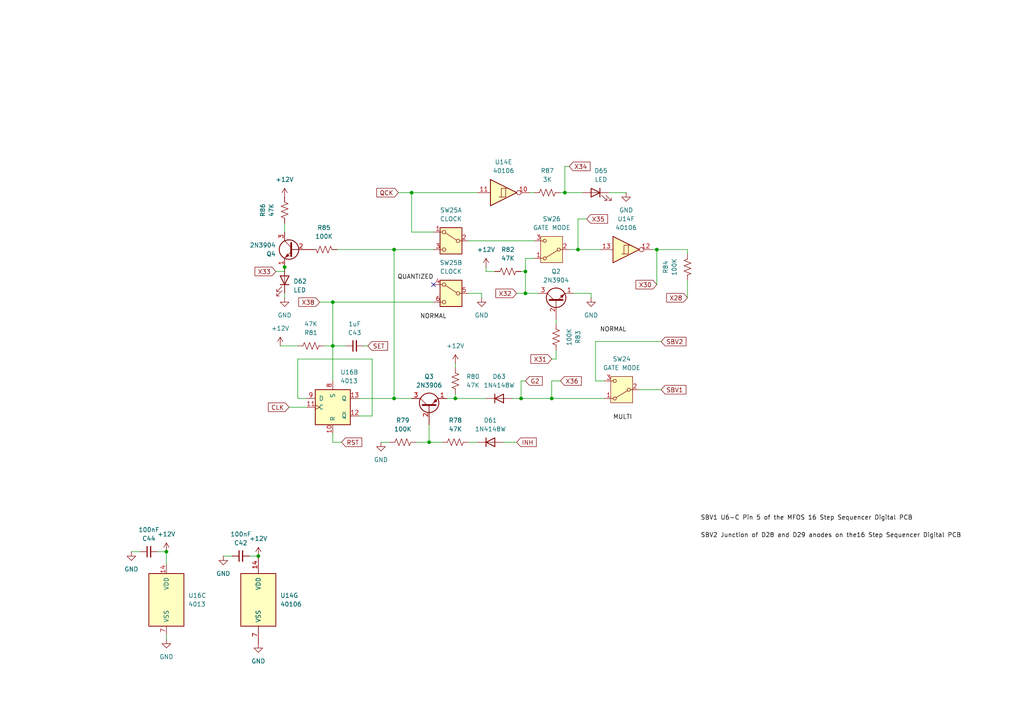
<source format=kicad_sch>
(kicad_sch (version 20231120) (generator "eeschema") (generator_version "8.0")
  (paper "A4")
  (lib_symbols
    (symbol "4xxx:40106" (pin_names (offset 1.016))
      (property "Reference" "U" (at 0 1.27 0))
      (property "Value" "40106" (at 0 -1.27 0))
      (symbol "40106_1_0"
        (polyline (pts (xy -0.635 -1.27) (xy -0.635 1.27) (xy 0.635 1.27)))
        (polyline (pts (xy -3.81 3.81) (xy -3.81 -3.81) (xy 3.81 0) (xy -3.81 3.81)) (stroke (width 0.254)) (fill (type background)))
        (polyline (pts (xy -1.27 -1.27) (xy 0.635 -1.27) (xy 0.635 1.27) (xy 1.27 1.27)))
        (pin input line (at -7.62 0 0) (length 3.81) (name "~") (number "1"))
        (pin output inverted (at 7.62 0 180) (length 3.81) (name "~") (number "2"))
      )
      (symbol "40106_2_0"
        (polyline (pts (xy -0.635 -1.27) (xy -0.635 1.27) (xy 0.635 1.27)))
        (polyline (pts (xy -3.81 3.81) (xy -3.81 -3.81) (xy 3.81 0) (xy -3.81 3.81)) (stroke (width 0.254)) (fill (type background)))
        (polyline (pts (xy -1.27 -1.27) (xy 0.635 -1.27) (xy 0.635 1.27) (xy 1.27 1.27)))
        (pin input line (at -7.62 0 0) (length 3.81) (name "~") (number "3"))
        (pin output inverted (at 7.62 0 180) (length 3.81) (name "~") (number "4"))
      )
      (symbol "40106_3_0"
        (polyline (pts (xy -0.635 -1.27) (xy -0.635 1.27) (xy 0.635 1.27)))
        (polyline (pts (xy -3.81 3.81) (xy -3.81 -3.81) (xy 3.81 0) (xy -3.81 3.81)) (stroke (width 0.254)) (fill (type background)))
        (polyline (pts (xy -1.27 -1.27) (xy 0.635 -1.27) (xy 0.635 1.27) (xy 1.27 1.27)))
        (pin input line (at -7.62 0 0) (length 3.81) (name "~") (number "5"))
        (pin output inverted (at 7.62 0 180) (length 3.81) (name "~") (number "6"))
      )
      (symbol "40106_4_0"
        (polyline (pts (xy -0.635 -1.27) (xy -0.635 1.27) (xy 0.635 1.27)))
        (polyline (pts (xy -3.81 3.81) (xy -3.81 -3.81) (xy 3.81 0) (xy -3.81 3.81)) (stroke (width 0.254)) (fill (type background)))
        (polyline (pts (xy -1.27 -1.27) (xy 0.635 -1.27) (xy 0.635 1.27) (xy 1.27 1.27)))
        (pin output inverted (at 7.62 0 180) (length 3.81) (name "~") (number "8"))
        (pin input line (at -7.62 0 0) (length 3.81) (name "~") (number "9"))
      )
      (symbol "40106_5_0"
        (polyline (pts (xy -0.635 -1.27) (xy -0.635 1.27) (xy 0.635 1.27)))
        (polyline (pts (xy -3.81 3.81) (xy -3.81 -3.81) (xy 3.81 0) (xy -3.81 3.81)) (stroke (width 0.254)) (fill (type background)))
        (polyline (pts (xy -1.27 -1.27) (xy 0.635 -1.27) (xy 0.635 1.27) (xy 1.27 1.27)))
        (pin output inverted (at 7.62 0 180) (length 3.81) (name "~") (number "10"))
        (pin input line (at -7.62 0 0) (length 3.81) (name "~") (number "11"))
      )
      (symbol "40106_6_0"
        (polyline (pts (xy -0.635 -1.27) (xy -0.635 1.27) (xy 0.635 1.27)))
        (polyline (pts (xy -3.81 3.81) (xy -3.81 -3.81) (xy 3.81 0) (xy -3.81 3.81)) (stroke (width 0.254)) (fill (type background)))
        (polyline (pts (xy -1.27 -1.27) (xy 0.635 -1.27) (xy 0.635 1.27) (xy 1.27 1.27)))
        (pin output inverted (at 7.62 0 180) (length 3.81) (name "~") (number "12"))
        (pin input line (at -7.62 0 0) (length 3.81) (name "~") (number "13"))
      )
      (symbol "40106_7_0"
        (pin power_in line (at 0 12.7 270) (length 5.08) (name "VDD") (number "14"))
        (pin power_in line (at 0 -12.7 90) (length 5.08) (name "VSS") (number "7"))
      )
      (symbol "40106_7_1"
        (rectangle (start -5.08 7.62) (end 5.08 -7.62) (stroke (width 0.254)) (fill (type background)))
      )
    )
    (symbol "4xxx:4013" (pin_names (offset 1.016))
      (property "Reference" "U" (at -7.62 8.89 0))
      (property "Value" "4013" (at -7.62 -8.89 0))
      (symbol "4013_1_1"
        (rectangle (start -5.08 5.08) (end 5.08 -5.08) (stroke (width 0.254)) (fill (type background)))
        (pin output line (at 7.62 2.54 180) (length 2.54) (name "Q") (number "1"))
        (pin output line (at 7.62 -2.54 180) (length 2.54) (name "~{Q}") (number "2"))
        (pin input clock (at -7.62 0 0) (length 2.54) (name "C") (number "3"))
        (pin input line (at 0 -7.62 90) (length 2.54) (name "R") (number "4"))
        (pin input line (at -7.62 2.54 0) (length 2.54) (name "D") (number "5"))
        (pin input line (at 0 7.62 270) (length 2.54) (name "S") (number "6"))
      )
      (symbol "4013_2_1"
        (rectangle (start -5.08 5.08) (end 5.08 -5.08) (stroke (width 0.254)) (fill (type background)))
        (pin input line (at 0 -7.62 90) (length 2.54) (name "R") (number "10"))
        (pin input clock (at -7.62 0 0) (length 2.54) (name "C") (number "11"))
        (pin output line (at 7.62 -2.54 180) (length 2.54) (name "~{Q}") (number "12"))
        (pin output line (at 7.62 2.54 180) (length 2.54) (name "Q") (number "13"))
        (pin input line (at 0 7.62 270) (length 2.54) (name "S") (number "8"))
        (pin input line (at -7.62 2.54 0) (length 2.54) (name "D") (number "9"))
      )
      (symbol "4013_3_0"
        (pin power_in line (at 0 10.16 270) (length 2.54) (name "VDD") (number "14"))
        (pin power_in line (at 0 -10.16 90) (length 2.54) (name "VSS") (number "7"))
      )
      (symbol "4013_3_1"
        (rectangle (start -5.08 7.62) (end 5.08 -7.62) (stroke (width 0.254)) (fill (type background)))
      )
    )
    (symbol "Device:C_Small" (pin_numbers hide) (pin_names (offset 0.254) hide)
      (property "Reference" "C" (at 0.254 1.778 0))
      (property "Value" "C_Small" (at 0.254 -2.032 0))
      (symbol "C_Small_0_1"
        (polyline (pts (xy -1.524 -0.508) (xy 1.524 -0.508)) (stroke (width 0.3302)))
        (polyline (pts (xy -1.524 0.508) (xy 1.524 0.508)) (stroke (width 0.3048)))
      )
      (symbol "C_Small_1_1"
        (pin passive line (at 0 2.54 270) (length 2.032) (name "~") (number "1"))
        (pin passive line (at 0 -2.54 90) (length 2.032) (name "~") (number "2"))
      )
    )
    (symbol "Device:LED" (pin_numbers hide) (pin_names (offset 1.016) hide)
      (property "Reference" "D" (at 0 2.54 0))
      (property "Value" "LED" (at 0 -2.54 0))
      (symbol "LED_0_1"
        (polyline (pts (xy -1.27 -1.27) (xy -1.27 1.27)) (stroke (width 0.254)))
        (polyline (pts (xy -1.27 0) (xy 1.27 0)))
        (polyline (pts (xy 1.27 -1.27) (xy 1.27 1.27) (xy -1.27 0) (xy 1.27 -1.27)) (stroke (width 0.254)))
        (polyline (pts (xy -3.048 -0.762) (xy -4.572 -2.286) (xy -3.81 -2.286) (xy -4.572 -2.286) (xy -4.572 -1.524)))
        (polyline (pts (xy -1.778 -0.762) (xy -3.302 -2.286) (xy -2.54 -2.286) (xy -3.302 -2.286) (xy -3.302 -1.524)))
      )
      (symbol "LED_1_1"
        (pin passive line (at -3.81 0 0) (length 2.54) (name "K") (number "1"))
        (pin passive line (at 3.81 0 180) (length 2.54) (name "A") (number "2"))
      )
    )
    (symbol "Device:R_US" (pin_numbers hide) (pin_names (offset 0))
      (property "Reference" "R" (at 2.54 0 90))
      (property "Value" "R_US" (at -2.54 0 90))
      (symbol "R_US_0_1"
        (polyline (pts (xy 0 -2.286) (xy 0 -2.54)))
        (polyline (pts (xy 0 2.286) (xy 0 2.54)))
        (polyline (pts (xy 0 -0.762) (xy 1.016 -1.143) (xy 0 -1.524) (xy -1.016 -1.905) (xy 0 -2.286)))
        (polyline (pts (xy 0 0.762) (xy 1.016 0.381) (xy 0 0) (xy -1.016 -0.381) (xy 0 -0.762)))
        (polyline (pts (xy 0 2.286) (xy 1.016 1.905) (xy 0 1.524) (xy -1.016 1.143) (xy 0 0.762)))
      )
      (symbol "R_US_1_1"
        (pin passive line (at 0 3.81 270) (length 1.27) (name "~") (number "1"))
        (pin passive line (at 0 -3.81 90) (length 1.27) (name "~") (number "2"))
      )
    )
    (symbol "Diode:1N4148W" (pin_numbers hide) (pin_names hide)
      (property "Reference" "D" (at 0 2.54 0))
      (property "Value" "1N4148W" (at 0 -2.54 0))
      (symbol "1N4148W_0_1"
        (polyline (pts (xy -1.27 1.27) (xy -1.27 -1.27)) (stroke (width 0.254)))
        (polyline (pts (xy 1.27 0) (xy -1.27 0)))
        (polyline (pts (xy 1.27 1.27) (xy 1.27 -1.27) (xy -1.27 0) (xy 1.27 1.27)) (stroke (width 0.254)))
      )
      (symbol "1N4148W_1_1"
        (pin passive line (at -3.81 0 0) (length 2.54) (name "K") (number "1"))
        (pin passive line (at 3.81 0 180) (length 2.54) (name "A") (number "2"))
      )
    )
    (symbol "Switch:SW_DPDT_x2" (pin_names (offset 0) hide)
      (property "Reference" "SW" (at 0 5.08 0))
      (property "Value" "SW_DPDT_x2" (at 0 -5.08 0))
      (symbol "SW_DPDT_x2_0_0"
        (circle (center -2.032 0) (radius 0.508))
        (circle (center 2.032 -2.54) (radius 0.508))
      )
      (symbol "SW_DPDT_x2_0_1"
        (rectangle (start -3.175 3.81) (end 3.175 -3.81) (stroke (width 0.254)) (fill (type background)))
        (polyline (pts (xy -1.524 0.254) (xy 1.5748 2.286)))
        (circle (center 2.032 2.54) (radius 0.508))
      )
      (symbol "SW_DPDT_x2_1_1"
        (pin passive line (at 5.08 2.54 180) (length 2.54) (name "A") (number "1"))
        (pin passive line (at -5.08 0 0) (length 2.54) (name "B") (number "2"))
        (pin passive line (at 5.08 -2.54 180) (length 2.54) (name "C") (number "3"))
      )
      (symbol "SW_DPDT_x2_2_1"
        (pin passive line (at 5.08 2.54 180) (length 2.54) (name "A") (number "4"))
        (pin passive line (at -5.08 0 0) (length 2.54) (name "B") (number "5"))
        (pin passive line (at 5.08 -2.54 180) (length 2.54) (name "C") (number "6"))
      )
    )
    (symbol "Switch:SW_SPDT" (pin_names (offset 0) hide)
      (property "Reference" "SW" (at 0 5.08 0))
      (property "Value" "SW_SPDT" (at 0 -5.08 0))
      (symbol "SW_SPDT_0_1"
        (circle (center -2.032 0) (radius 0.4572))
        (polyline (pts (xy -1.651 0.254) (xy 1.651 2.286)))
        (circle (center 2.032 -2.54) (radius 0.4572))
        (circle (center 2.032 2.54) (radius 0.4572))
      )
      (symbol "SW_SPDT_1_1"
        (rectangle (start -3.175 3.81) (end 3.175 -3.81) (fill (type background)))
        (pin passive line (at 5.08 2.54 180) (length 2.54) (name "A") (number "1"))
        (pin passive line (at -5.08 0 0) (length 2.54) (name "B") (number "2"))
        (pin passive line (at 5.08 -2.54 180) (length 2.54) (name "C") (number "3"))
      )
    )
    (symbol "Transistor_BJT:2N3904" (pin_names (offset 0) hide)
      (property "Reference" "Q" (at 5.08 1.905 0))
      (property "Value" "2N3904" (at 5.08 0 0))
      (symbol "2N3904_0_1"
        (polyline (pts (xy 0.635 0.635) (xy 2.54 2.54)))
        (polyline (pts (xy 0.635 -0.635) (xy 2.54 -2.54) (xy 2.54 -2.54)))
        (polyline (pts (xy 0.635 1.905) (xy 0.635 -1.905) (xy 0.635 -1.905)) (stroke (width 0.508)))
        (polyline (pts (xy 1.27 -1.778) (xy 1.778 -1.27) (xy 2.286 -2.286) (xy 1.27 -1.778) (xy 1.27 -1.778)) (fill (type outline)))
        (circle (center 1.27 0) (radius 2.8194) (stroke (width 0.254)))
      )
      (symbol "2N3904_1_1"
        (pin passive line (at 2.54 -5.08 90) (length 2.54) (name "E") (number "1"))
        (pin passive line (at -5.08 0 0) (length 5.715) (name "B") (number "2"))
        (pin passive line (at 2.54 5.08 270) (length 2.54) (name "C") (number "3"))
      )
    )
    (symbol "Transistor_BJT:2N3906" (pin_names (offset 0) hide)
      (property "Reference" "Q" (at 5.08 1.905 0))
      (property "Value" "2N3906" (at 5.08 0 0))
      (symbol "2N3906_0_1"
        (polyline (pts (xy 0.635 0.635) (xy 2.54 2.54)))
        (polyline (pts (xy 0.635 -0.635) (xy 2.54 -2.54) (xy 2.54 -2.54)))
        (polyline (pts (xy 0.635 1.905) (xy 0.635 -1.905) (xy 0.635 -1.905)) (stroke (width 0.508)))
        (polyline (pts (xy 2.286 -1.778) (xy 1.778 -2.286) (xy 1.27 -1.27) (xy 2.286 -1.778) (xy 2.286 -1.778)) (fill (type outline)))
        (circle (center 1.27 0) (radius 2.8194) (stroke (width 0.254)))
      )
      (symbol "2N3906_1_1"
        (pin passive line (at 2.54 -5.08 90) (length 2.54) (name "E") (number "1"))
        (pin input line (at -5.08 0 0) (length 5.715) (name "B") (number "2"))
        (pin passive line (at 2.54 5.08 270) (length 2.54) (name "C") (number "3"))
      )
    )
    (symbol "power:+12V" (power) (pin_numbers hide) (pin_names (offset 0) hide)
      (property "Value" "+12V" (at 0 3.556 0))
      (symbol "+12V_0_1"
        (polyline (pts (xy -0.762 1.27) (xy 0 2.54)))
        (polyline (pts (xy 0 0) (xy 0 2.54)))
        (polyline (pts (xy 0 2.54) (xy 0.762 1.27)))
      )
      (symbol "+12V_1_1"
        (pin power_in line (at 0 0 90) (length 0) (name "~") (number "1"))
      )
    )
    (symbol "power:GND" (power) (pin_numbers hide) (pin_names (offset 0) hide)
      (property "Value" "GND" (at 0 -3.81 0))
      (symbol "GND_0_1"
        (polyline (pts (xy 0 0) (xy 0 -1.27) (xy 1.27 -1.27) (xy 0 -2.54) (xy -1.27 -1.27) (xy 0 -1.27)))
      )
      (symbol "GND_1_1"
        (pin power_in line (at 0 0 270) (length 0) (name "~") (number "1"))
      )
    )
  )
  (junction (at 124.46 128.27))
  (junction (at 190.5 72.39))
  (junction (at 119.38 55.88))
  (junction (at 132.08 115.57))
  (junction (at 163.83 55.88))
  (junction (at 114.3 72.39))
  (junction (at 167.64 72.39))
  (junction (at 151.13 115.57))
  (junction (at 96.52 87.63))
  (junction (at 152.4 85.09))
  (junction (at 74.93 161.29))
  (junction (at 82.55 77.47))
  (junction (at 114.3 115.57))
  (junction (at 48.26 160.02))
  (junction (at 96.52 100.33))
  (junction (at 160.02 115.57))
  (junction (at 152.4 78.74))
  (no_connect (at 125.73 82.55))
  (wire (pts (xy 165.1 72.39) (xy 167.64 72.39)))
  (wire (pts (xy 86.36 104.14) (xy 107.95 104.14)))
  (wire (pts (xy 199.39 73.66) (xy 199.39 72.39)))
  (wire (pts (xy 138.43 55.88) (xy 119.38 55.88)))
  (wire (pts (xy 114.3 115.57) (xy 119.38 115.57)))
  (wire (pts (xy 149.86 85.09) (xy 152.4 85.09)))
  (wire (pts (xy 64.77 161.29) (xy 67.31 161.29)))
  (wire (pts (xy 124.46 128.27) (xy 128.27 128.27)))
  (wire (pts (xy 119.38 55.88) (xy 119.38 67.31)))
  (wire (pts (xy 135.89 69.85) (xy 154.94 69.85)))
  (wire (pts (xy 162.56 110.49) (xy 160.02 110.49)))
  (wire (pts (xy 119.38 67.31) (xy 125.73 67.31)))
  (wire (pts (xy 140.97 78.74) (xy 143.51 78.74)))
  (wire (pts (xy 154.94 74.93) (xy 152.4 74.93)))
  (wire (pts (xy 82.55 77.47) (xy 82.55 78.74)))
  (wire (pts (xy 140.97 77.47) (xy 140.97 78.74)))
  (wire (pts (xy 48.26 184.15) (xy 48.26 185.42)))
  (wire (pts (xy 107.95 120.65) (xy 104.14 120.65)))
  (wire (pts (xy 115.57 55.88) (xy 119.38 55.88)))
  (wire (pts (xy 132.08 115.57) (xy 140.97 115.57)))
  (wire (pts (xy 105.41 100.33) (xy 106.68 100.33)))
  (wire (pts (xy 189.23 72.39) (xy 190.5 72.39)))
  (wire (pts (xy 135.89 128.27) (xy 138.43 128.27)))
  (wire (pts (xy 163.83 55.88) (xy 163.83 48.26)))
  (wire (pts (xy 38.1 160.02) (xy 40.64 160.02)))
  (wire (pts (xy 160.02 110.49) (xy 160.02 115.57)))
  (wire (pts (xy 166.37 85.09) (xy 171.45 85.09)))
  (wire (pts (xy 167.64 63.5) (xy 167.64 72.39)))
  (wire (pts (xy 82.55 64.77) (xy 82.55 67.31)))
  (wire (pts (xy 160.02 104.14) (xy 161.29 104.14)))
  (wire (pts (xy 176.53 55.88) (xy 181.61 55.88)))
  (wire (pts (xy 161.29 104.14) (xy 161.29 101.6)))
  (wire (pts (xy 135.89 85.09) (xy 139.7 85.09)))
  (wire (pts (xy 152.4 85.09) (xy 156.21 85.09)))
  (wire (pts (xy 83.82 118.11) (xy 88.9 118.11)))
  (wire (pts (xy 171.45 85.09) (xy 171.45 86.36)))
  (wire (pts (xy 72.39 161.29) (xy 74.93 161.29)))
  (wire (pts (xy 96.52 87.63) (xy 96.52 100.33)))
  (wire (pts (xy 148.59 115.57) (xy 151.13 115.57)))
  (wire (pts (xy 124.46 128.27) (xy 120.65 128.27)))
  (wire (pts (xy 99.06 128.27) (xy 96.52 128.27)))
  (wire (pts (xy 110.49 128.27) (xy 113.03 128.27)))
  (wire (pts (xy 160.02 115.57) (xy 175.26 115.57)))
  (wire (pts (xy 107.95 104.14) (xy 107.95 120.65)))
  (wire (pts (xy 172.72 110.49) (xy 172.72 99.06)))
  (wire (pts (xy 81.28 100.33) (xy 86.36 100.33)))
  (wire (pts (xy 175.26 110.49) (xy 172.72 110.49)))
  (wire (pts (xy 96.52 100.33) (xy 100.33 100.33)))
  (wire (pts (xy 161.29 93.98) (xy 161.29 92.71)))
  (wire (pts (xy 114.3 72.39) (xy 114.3 115.57)))
  (wire (pts (xy 96.52 100.33) (xy 96.52 110.49)))
  (wire (pts (xy 151.13 110.49) (xy 151.13 115.57)))
  (wire (pts (xy 199.39 81.28) (xy 199.39 86.36)))
  (wire (pts (xy 152.4 74.93) (xy 152.4 78.74)))
  (wire (pts (xy 152.4 78.74) (xy 152.4 85.09)))
  (wire (pts (xy 104.14 115.57) (xy 114.3 115.57)))
  (wire (pts (xy 199.39 72.39) (xy 190.5 72.39)))
  (wire (pts (xy 88.9 115.57) (xy 86.36 115.57)))
  (wire (pts (xy 97.79 72.39) (xy 114.3 72.39)))
  (wire (pts (xy 162.56 55.88) (xy 163.83 55.88)))
  (wire (pts (xy 48.26 160.02) (xy 48.26 163.83)))
  (wire (pts (xy 139.7 85.09) (xy 139.7 86.36)))
  (wire (pts (xy 151.13 115.57) (xy 160.02 115.57)))
  (wire (pts (xy 132.08 115.57) (xy 132.08 114.3)))
  (wire (pts (xy 185.42 113.03) (xy 191.77 113.03)))
  (wire (pts (xy 96.52 87.63) (xy 125.73 87.63)))
  (wire (pts (xy 190.5 72.39) (xy 190.5 82.55)))
  (wire (pts (xy 163.83 55.88) (xy 168.91 55.88)))
  (wire (pts (xy 124.46 123.19) (xy 124.46 128.27)))
  (wire (pts (xy 93.98 100.33) (xy 96.52 100.33)))
  (wire (pts (xy 167.64 72.39) (xy 173.99 72.39)))
  (wire (pts (xy 151.13 78.74) (xy 152.4 78.74)))
  (wire (pts (xy 45.72 160.02) (xy 48.26 160.02)))
  (wire (pts (xy 149.86 128.27) (xy 146.05 128.27)))
  (wire (pts (xy 170.18 63.5) (xy 167.64 63.5)))
  (wire (pts (xy 129.54 115.57) (xy 132.08 115.57)))
  (wire (pts (xy 92.71 87.63) (xy 96.52 87.63)))
  (wire (pts (xy 163.83 48.26) (xy 165.1 48.26)))
  (wire (pts (xy 86.36 115.57) (xy 86.36 104.14)))
  (wire (pts (xy 152.4 110.49) (xy 151.13 110.49)))
  (wire (pts (xy 80.01 78.74) (xy 82.55 78.74)))
  (wire (pts (xy 172.72 99.06) (xy 191.77 99.06)))
  (wire (pts (xy 96.52 128.27) (xy 96.52 125.73)))
  (wire (pts (xy 132.08 105.41) (xy 132.08 106.68)))
  (wire (pts (xy 82.55 85.09) (xy 82.55 86.36)))
  (wire (pts (xy 153.67 55.88) (xy 154.94 55.88)))
  (wire (pts (xy 114.3 72.39) (xy 125.73 72.39)))
  (label "NORMAL" (at 173.99 96.52 0))
  (label "QUANTIZED" (at 125.73 81.28 180))
  (label "NORMAL" (at 129.54 92.71 180))
  (label "SBV2 Junction of D28 and D29 anodes on the16 Step Sequencer Digital PCB" (at 203.2 156.21 0))
  (label "SBV1 U6-C Pin 5 of the MFOS 16 Step Sequencer Digital PCB" (at 203.2 151.13 0))
  (label "MULTI" (at 177.8 121.92 0))
  (global_label "X32" (shape input) (at 149.86 85.09 180) (property "Intersheetrefs" "${INTERSHEET_REFS}" (effects (hide yes))))
  (global_label "X35" (shape input) (at 170.18 63.5 0) (property "Intersheetrefs" "${INTERSHEET_REFS}" (effects (hide yes))))
  (global_label "QCK" (shape input) (at 115.57 55.88 180) (property "Intersheetrefs" "${INTERSHEET_REFS}" (effects (hide yes))))
  (global_label "SBV2" (shape input) (at 191.77 99.06 0) (property "Intersheetrefs" "${INTERSHEET_REFS}" (effects (hide yes))))
  (global_label "X28" (shape input) (at 199.39 86.36 180) (property "Intersheetrefs" "${INTERSHEET_REFS}" (effects (hide yes))))
  (global_label "SBV1" (shape input) (at 191.77 113.03 0) (property "Intersheetrefs" "${INTERSHEET_REFS}" (effects (hide yes))))
  (global_label "SET" (shape input) (at 106.68 100.33 0) (property "Intersheetrefs" "${INTERSHEET_REFS}" (effects (hide yes))))
  (global_label "X36" (shape input) (at 162.56 110.49 0) (property "Intersheetrefs" "${INTERSHEET_REFS}" (effects (hide yes))))
  (global_label "RST" (shape input) (at 99.06 128.27 0) (property "Intersheetrefs" "${INTERSHEET_REFS}" (effects (hide yes))))
  (global_label "X30" (shape input) (at 190.5 82.55 180) (property "Intersheetrefs" "${INTERSHEET_REFS}" (effects (hide yes))))
  (global_label "G2" (shape input) (at 152.4 110.49 0) (property "Intersheetrefs" "${INTERSHEET_REFS}" (effects (hide yes))))
  (global_label "INH" (shape input) (at 149.86 128.27 0) (property "Intersheetrefs" "${INTERSHEET_REFS}" (effects (hide yes))))
  (global_label "X34" (shape input) (at 165.1 48.26 0) (property "Intersheetrefs" "${INTERSHEET_REFS}" (effects (hide yes))))
  (global_label "X31" (shape input) (at 160.02 104.14 180) (property "Intersheetrefs" "${INTERSHEET_REFS}" (effects (hide yes))))
  (global_label "X33" (shape input) (at 80.01 78.74 180) (property "Intersheetrefs" "${INTERSHEET_REFS}" (effects (hide yes))))
  (global_label "CLK" (shape input) (at 83.82 118.11 180) (property "Intersheetrefs" "${INTERSHEET_REFS}" (effects (hide yes))))
  (global_label "X38" (shape input) (at 92.71 87.63 180) (property "Intersheetrefs" "${INTERSHEET_REFS}" (effects (hide yes))))
  (symbol (lib_id "power:GND") (at 139.7 86.36 0) (unit 1)
    (property "Reference" "#PWR099" (effects (hide yes)))
    (property "Value" "GND" (at 139.7 91.44 0))
    (property "Description" "Power symbol creates a global label with name \"GND\" , ground" (effects (hide yes)))
  )
  (symbol (lib_id "Switch:SW_SPDT") (at 160.02 72.39 180) (unit 1)
    (property "Reference" "SW26" (at 160.02 63.5 0))
    (property "Value" "GATE MODE" (at 160.02 66.04 0))
    (property "Description" "Switch, single pole double throw" (effects (hide yes)))
  )
  (symbol (lib_id "4xxx:4013") (at 48.26 173.99 0) (unit 3)
    (property "Reference" "U16" (at 54.61 172.7199 0) (effects (justify left)))
    (property "Value" "4013" (at 54.61 175.2599 0) (effects (justify left)))
    (property "Datasheet" "http://www.onsemi.com/pub/Collateral/MC14013B-D.PDF" (effects (hide yes)))
    (property "Description" "Dual D  FlipFlop, Set & reset" (effects (hide yes)))
  )
  (symbol (lib_id "power:+12V") (at 140.97 77.47 0) (unit 1)
    (property "Reference" "#PWR0100" (effects (hide yes)))
    (property "Value" "+12V" (at 140.97 72.39 0))
    (property "Description" "Power symbol creates a global label with name \"+12V\"" (effects (hide yes)))
  )
  (symbol (lib_id "power:GND") (at 181.61 55.88 0) (unit 1)
    (property "Reference" "#PWR0105" (effects (hide yes)))
    (property "Value" "GND" (at 181.61 60.96 0))
    (property "Description" "Power symbol creates a global label with name \"GND\" , ground" (effects (hide yes)))
  )
  (symbol (lib_id "Device:R_US") (at 132.08 128.27 90) (unit 1)
    (property "Reference" "R78" (at 132.08 121.92 90))
    (property "Value" "47K" (at 132.08 124.46 90))
    (property "Footprint" "Resistor_SMD:R_0805_2012Metric_Pad1.20x1.40mm_HandSolder" (effects (hide yes)))
    (property "Description" "Resistor, US symbol" (effects (hide yes)))
  )
  (symbol (lib_id "4xxx:4013") (at 96.52 118.11 0) (unit 2)
    (property "Reference" "U16" (at 98.7141 107.95 0) (effects (justify left)))
    (property "Value" "4013" (at 98.7141 110.49 0) (effects (justify left)))
    (property "Datasheet" "http://www.onsemi.com/pub/Collateral/MC14013B-D.PDF" (effects (hide yes)))
    (property "Description" "Dual D  FlipFlop, Set & reset" (effects (hide yes)))
  )
  (symbol (lib_id "Device:LED") (at 82.55 81.28 270) (mirror x) (unit 1)
    (property "Reference" "D62" (at 85.09 81.5974 90) (effects (justify left)))
    (property "Value" "LED" (at 85.09 84.1374 90) (effects (justify left)))
    (property "Description" "Light emitting diode" (effects (hide yes)))
  )
  (symbol (lib_id "power:GND") (at 74.93 186.69 0) (unit 1)
    (property "Reference" "#PWR094" (effects (hide yes)))
    (property "Value" "GND" (at 74.93 191.77 0))
    (property "Description" "Power symbol creates a global label with name \"GND\" , ground" (effects (hide yes)))
  )
  (symbol (lib_id "Device:R_US") (at 199.39 77.47 0) (mirror y) (unit 1)
    (property "Reference" "R84" (at 193.04 77.47 90))
    (property "Value" "100K" (at 195.58 77.47 90))
    (property "Footprint" "Resistor_SMD:R_0805_2012Metric_Pad1.20x1.40mm_HandSolder" (effects (hide yes)))
    (property "Description" "Resistor, US symbol" (effects (hide yes)))
  )
  (symbol (lib_id "Device:C_Small") (at 102.87 100.33 90) (unit 1)
    (property "Reference" "C43" (at 102.8637 96.52 90))
    (property "Value" "1uF" (at 102.8637 93.98 90))
    (property "Footprint" "Capacitor_SMD:C_0805_2012Metric_Pad1.18x1.45mm_HandSolder" (effects (hide yes)))
    (property "Description" "Unpolarized capacitor, small symbol" (effects (hide yes)))
  )
  (symbol (lib_id "power:+12V") (at 48.26 160.02 0) (unit 1)
    (property "Reference" "#PWR0107" (effects (hide yes)))
    (property "Value" "+12V" (at 48.26 154.94 0))
    (property "Description" "Power symbol creates a global label with name \"+12V\"" (effects (hide yes)))
  )
  (symbol (lib_id "Transistor_BJT:2N3904") (at 161.29 87.63 90) (unit 1)
    (property "Reference" "Q2" (at 161.29 78.74 90))
    (property "Value" "2N3904" (at 161.29 81.28 90))
    (property "Footprint" "Package_TO_SOT_THT:TO-92_Inline" (effects (hide yes)))
    (property "Datasheet" "https://www.onsemi.com/pub/Collateral/2N3903-D.PDF" (effects (hide yes)))
    (property "Description" "0.2A Ic, 40V Vce, Small Signal NPN Transistor, TO-92" (effects (hide yes)))
  )
  (symbol (lib_id "power:+12V") (at 132.08 105.41 0) (unit 1)
    (property "Reference" "#PWR096" (effects (hide yes)))
    (property "Value" "+12V" (at 132.08 100.33 0))
    (property "Description" "Power symbol creates a global label with name \"+12V\"" (effects (hide yes)))
  )
  (symbol (lib_id "Transistor_BJT:2N3906") (at 124.46 118.11 90) (unit 1)
    (property "Reference" "Q3" (at 124.46 109.22 90))
    (property "Value" "2N3906" (at 124.46 111.76 90))
    (property "Footprint" "Package_TO_SOT_THT:TO-92_Inline" (effects (hide yes)))
    (property "Datasheet" "https://www.onsemi.com/pub/Collateral/2N3906-D.PDF" (effects (hide yes)))
    (property "Description" "-0.2A Ic, -40V Vce, Small Signal PNP Transistor, TO-92" (effects (hide yes)))
  )
  (symbol (lib_id "Device:R_US") (at 90.17 100.33 90) (unit 1)
    (property "Reference" "R81" (at 90.17 96.52 90))
    (property "Value" "47K" (at 90.17 93.98 90))
    (property "Footprint" "Resistor_SMD:R_0805_2012Metric_Pad1.20x1.40mm_HandSolder" (effects (hide yes)))
    (property "Description" "Resistor, US symbol" (effects (hide yes)))
  )
  (symbol (lib_id "Device:R_US") (at 147.32 78.74 90) (unit 1)
    (property "Reference" "R82" (at 147.32 72.39 90))
    (property "Value" "47K" (at 147.32 74.93 90))
    (property "Footprint" "Resistor_SMD:R_0805_2012Metric_Pad1.20x1.40mm_HandSolder" (effects (hide yes)))
    (property "Description" "Resistor, US symbol" (effects (hide yes)))
  )
  (symbol (lib_id "power:GND") (at 48.26 185.42 0) (unit 1)
    (property "Reference" "#PWR0108" (effects (hide yes)))
    (property "Value" "GND" (at 48.26 190.5 0))
    (property "Description" "Power symbol creates a global label with name \"GND\" , ground" (effects (hide yes)))
  )
  (symbol (lib_id "Switch:SW_DPDT_x2") (at 130.81 85.09 0) (mirror y) (unit 2)
    (property "Reference" "SW25" (at 130.81 76.2 0))
    (property "Value" "CLOCK" (at 130.81 78.74 0))
    (property "Description" "Switch, dual pole double throw, separate symbols" (effects (hide yes)))
  )
  (symbol (lib_id "4xxx:40106") (at 74.93 173.99 0) (unit 7)
    (property "Reference" "U14" (at 81.28 172.7199 0) (effects (justify left)))
    (property "Value" "40106" (at 81.28 175.2599 0) (effects (justify left)))
    (property "Datasheet" "https://assets.nexperia.com/documents/data-sheet/HEF40106B.pdf" (effects (hide yes)))
    (property "Description" "Hex Schmitt trigger inverter" (effects (hide yes)))
  )
  (symbol (lib_id "power:GND") (at 171.45 86.36 0) (unit 1)
    (property "Reference" "#PWR0101" (effects (hide yes)))
    (property "Value" "GND" (at 171.45 91.44 0))
    (property "Description" "Power symbol creates a global label with name \"GND\" , ground" (effects (hide yes)))
  )
  (symbol (lib_id "power:GND") (at 38.1 160.02 0) (unit 1)
    (property "Reference" "#PWR0106" (effects (hide yes)))
    (property "Value" "GND" (at 38.1 165.1 0))
    (property "Description" "Power symbol creates a global label with name \"GND\" , ground" (effects (hide yes)))
  )
  (symbol (lib_id "power:+12V") (at 74.93 161.29 0) (unit 1)
    (property "Reference" "#PWR088" (effects (hide yes)))
    (property "Value" "+12V" (at 74.93 156.21 0))
    (property "Description" "Power symbol creates a global label with name \"+12V\"" (effects (hide yes)))
  )
  (symbol (lib_id "4xxx:40106") (at 181.61 72.39 0) (unit 6)
    (property "Reference" "U14" (at 181.61 63.5 0))
    (property "Value" "40106" (at 181.61 66.04 0))
    (property "Datasheet" "https://assets.nexperia.com/documents/data-sheet/HEF40106B.pdf" (effects (hide yes)))
    (property "Description" "Hex Schmitt trigger inverter" (effects (hide yes)))
  )
  (symbol (lib_id "Device:C_Small") (at 43.18 160.02 90) (unit 1)
    (property "Reference" "C44" (at 43.1737 156.21 90))
    (property "Value" "100nF" (at 43.1737 153.67 90))
    (property "Footprint" "Capacitor_SMD:C_0805_2012Metric_Pad1.18x1.45mm_HandSolder" (effects (hide yes)))
    (property "Description" "Unpolarized capacitor, small symbol" (effects (hide yes)))
  )
  (symbol (lib_id "Device:R_US") (at 116.84 128.27 90) (unit 1)
    (property "Reference" "R79" (at 116.84 121.92 90))
    (property "Value" "100K" (at 116.84 124.46 90))
    (property "Footprint" "Resistor_SMD:R_0805_2012Metric_Pad1.20x1.40mm_HandSolder" (effects (hide yes)))
    (property "Description" "Resistor, US symbol" (effects (hide yes)))
  )
  (symbol (lib_id "Device:LED") (at 172.72 55.88 0) (mirror y) (unit 1)
    (property "Reference" "D65" (at 174.3075 49.53 0))
    (property "Value" "LED" (at 174.3075 52.07 0))
    (property "Description" "Light emitting diode" (effects (hide yes)))
  )
  (symbol (lib_id "power:GND") (at 110.49 128.27 0) (unit 1)
    (property "Reference" "#PWR095" (effects (hide yes)))
    (property "Value" "GND" (at 110.49 133.35 0))
    (property "Description" "Power symbol creates a global label with name \"GND\" , ground" (effects (hide yes)))
  )
  (symbol (lib_id "Switch:SW_SPDT") (at 180.34 113.03 180) (unit 1)
    (property "Reference" "SW24" (at 180.34 104.14 0))
    (property "Value" "GATE MODE" (at 180.34 106.68 0))
    (property "Description" "Switch, single pole double throw" (effects (hide yes)))
  )
  (symbol (lib_id "power:GND") (at 82.55 86.36 0) (unit 1)
    (property "Reference" "#PWR097" (effects (hide yes)))
    (property "Value" "GND" (at 82.55 91.44 0))
    (property "Description" "Power symbol creates a global label with name \"GND\" , ground" (effects (hide yes)))
  )
  (symbol (lib_id "Device:R_US") (at 132.08 110.49 0) (unit 1)
    (property "Reference" "R80" (at 137.16 109.22 0))
    (property "Value" "47K" (at 137.16 111.76 0))
    (property "Footprint" "Resistor_SMD:R_0805_2012Metric_Pad1.20x1.40mm_HandSolder" (effects (hide yes)))
    (property "Description" "Resistor, US symbol" (effects (hide yes)))
  )
  (symbol (lib_id "power:+12V") (at 82.55 57.15 0) (unit 1)
    (property "Reference" "#PWR0102" (effects (hide yes)))
    (property "Value" "+12V" (at 82.55 52.07 0))
    (property "Description" "Power symbol creates a global label with name \"+12V\"" (effects (hide yes)))
  )
  (symbol (lib_id "Device:R_US") (at 161.29 97.79 0) (unit 1)
    (property "Reference" "R83" (at 167.64 97.79 90))
    (property "Value" "100K" (at 165.1 97.79 90))
    (property "Footprint" "Resistor_SMD:R_0805_2012Metric_Pad1.20x1.40mm_HandSolder" (effects (hide yes)))
    (property "Description" "Resistor, US symbol" (effects (hide yes)))
  )
  (symbol (lib_id "Device:R_US") (at 93.98 72.39 270) (mirror x) (unit 1)
    (property "Reference" "R85" (at 93.98 66.04 90))
    (property "Value" "100K" (at 93.98 68.58 90))
    (property "Footprint" "Resistor_SMD:R_0805_2012Metric_Pad1.20x1.40mm_HandSolder" (effects (hide yes)))
    (property "Description" "Resistor, US symbol" (effects (hide yes)))
  )
  (symbol (lib_id "Switch:SW_DPDT_x2") (at 130.81 69.85 0) (mirror y) (unit 1)
    (property "Reference" "SW25" (at 130.81 60.96 0))
    (property "Value" "CLOCK" (at 130.81 63.5 0))
    (property "Description" "Switch, dual pole double throw, separate symbols" (effects (hide yes)))
  )
  (symbol (lib_id "Device:R_US") (at 82.55 60.96 180) (unit 1)
    (property "Reference" "R86" (at 76.2 60.96 90))
    (property "Value" "47K" (at 78.74 60.96 90))
    (property "Footprint" "Resistor_SMD:R_0805_2012Metric_Pad1.20x1.40mm_HandSolder" (effects (hide yes)))
    (property "Description" "Resistor, US symbol" (effects (hide yes)))
  )
  (symbol (lib_id "Device:C_Small") (at 69.85 161.29 90) (unit 1)
    (property "Reference" "C42" (at 69.8437 157.48 90))
    (property "Value" "100nF" (at 69.8437 154.94 90))
    (property "Footprint" "Capacitor_SMD:C_0805_2012Metric_Pad1.18x1.45mm_HandSolder" (effects (hide yes)))
    (property "Description" "Unpolarized capacitor, small symbol" (effects (hide yes)))
  )
  (symbol (lib_id "Diode:1N4148W") (at 142.24 128.27 0) (mirror x) (unit 1)
    (property "Reference" "D61" (at 142.24 121.92 0))
    (property "Value" "1N4148W" (at 142.24 124.46 0))
    (property "Footprint" "Diode_SMD:D_SOD-123" (effects (hide yes)))
    (property "Datasheet" "https://www.vishay.com/docs/85748/1n4148w.pdf" (effects (hide yes)))
    (property "Description" "75V 0.15A Fast Switching Diode, SOD-123" (effects (hide yes)))
    (property "Sim.Device" "D" (effects (hide yes)))
    (property "Sim.Pins" "1=K 2=A" (effects (hide yes)))
  )
  (symbol (lib_id "Transistor_BJT:2N3904") (at 85.09 72.39 0) (mirror y) (unit 1)
    (property "Reference" "Q4" (at 80.01 73.6601 0) (effects (justify left)))
    (property "Value" "2N3904" (at 80.01 71.1201 0) (effects (justify left)))
    (property "Footprint" "Package_TO_SOT_THT:TO-92_Inline" (effects (hide yes)))
    (property "Datasheet" "https://www.onsemi.com/pub/Collateral/2N3903-D.PDF" (effects (hide yes)))
    (property "Description" "0.2A Ic, 40V Vce, Small Signal NPN Transistor, TO-92" (effects (hide yes)))
  )
  (symbol (lib_id "power:+12V") (at 81.28 100.33 0) (unit 1)
    (property "Reference" "#PWR098" (effects (hide yes)))
    (property "Value" "+12V" (at 81.28 95.25 0))
    (property "Description" "Power symbol creates a global label with name \"+12V\"" (effects (hide yes)))
  )
  (symbol (lib_id "Device:R_US") (at 158.75 55.88 90) (unit 1)
    (property "Reference" "R87" (at 158.75 49.53 90))
    (property "Value" "3K" (at 158.75 52.07 90))
    (property "Footprint" "Resistor_SMD:R_0805_2012Metric_Pad1.20x1.40mm_HandSolder" (effects (hide yes)))
    (property "Description" "Resistor, US symbol" (effects (hide yes)))
  )
  (symbol (lib_id "Diode:1N4148W") (at 144.78 115.57 0) (mirror x) (unit 1)
    (property "Reference" "D63" (at 144.78 109.22 0))
    (property "Value" "1N4148W" (at 144.78 111.76 0))
    (property "Footprint" "Diode_SMD:D_SOD-123" (effects (hide yes)))
    (property "Datasheet" "https://www.vishay.com/docs/85748/1n4148w.pdf" (effects (hide yes)))
    (property "Description" "75V 0.15A Fast Switching Diode, SOD-123" (effects (hide yes)))
    (property "Sim.Device" "D" (effects (hide yes)))
    (property "Sim.Pins" "1=K 2=A" (effects (hide yes)))
  )
  (symbol (lib_id "4xxx:40106") (at 146.05 55.88 0) (unit 5)
    (property "Reference" "U14" (at 146.05 46.99 0))
    (property "Value" "40106" (at 146.05 49.53 0))
    (property "Datasheet" "https://assets.nexperia.com/documents/data-sheet/HEF40106B.pdf" (effects (hide yes)))
    (property "Description" "Hex Schmitt trigger inverter" (effects (hide yes)))
  )
  (symbol (lib_id "power:GND") (at 64.77 161.29 0) (unit 1)
    (property "Reference" "#PWR085" (effects (hide yes)))
    (property "Value" "GND" (at 64.77 166.37 0))
    (property "Description" "Power symbol creates a global label with name \"GND\" , ground" (effects (hide yes)))
  )
)
</source>
